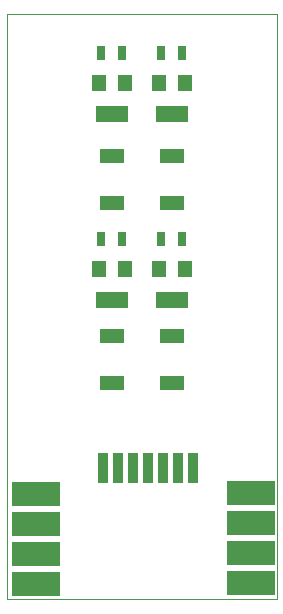
<source format=gtp>
G75*
%MOIN*%
%OFA0B0*%
%FSLAX25Y25*%
%IPPOS*%
%LPD*%
%AMOC8*
5,1,8,0,0,1.08239X$1,22.5*
%
%ADD10C,0.00000*%
%ADD11R,0.08268X0.05000*%
%ADD12R,0.11024X0.05512*%
%ADD13R,0.04724X0.05512*%
%ADD14R,0.03150X0.04724*%
%ADD15R,0.16000X0.08000*%
%ADD16R,0.03543X0.09843*%
D10*
X0001400Y0028010D02*
X0001400Y0223010D01*
X0091400Y0223010D01*
X0091400Y0028010D01*
X0001400Y0028010D01*
D11*
X0036400Y0100215D03*
X0036400Y0115805D03*
X0036400Y0160215D03*
X0036400Y0175805D03*
X0056400Y0175805D03*
X0056400Y0160215D03*
X0056400Y0115805D03*
X0056400Y0100215D03*
D12*
X0056400Y0127892D03*
X0036400Y0127892D03*
X0036400Y0189892D03*
X0056400Y0189892D03*
D13*
X0060731Y0200128D03*
X0052069Y0200128D03*
X0040731Y0200128D03*
X0032069Y0200128D03*
X0032069Y0138128D03*
X0040731Y0138128D03*
X0052069Y0138128D03*
X0060731Y0138128D03*
D14*
X0059943Y0148010D03*
X0052857Y0148010D03*
X0039943Y0148010D03*
X0032857Y0148010D03*
X0032857Y0210010D03*
X0039943Y0210010D03*
X0052857Y0210010D03*
X0059943Y0210010D03*
D15*
X0082700Y0063410D03*
X0082700Y0053410D03*
X0082700Y0043410D03*
X0082700Y0033410D03*
X0011300Y0033010D03*
X0011300Y0043010D03*
X0011300Y0053010D03*
X0011300Y0063010D03*
D16*
X0033502Y0071762D03*
X0038502Y0071762D03*
X0043502Y0071762D03*
X0048502Y0071762D03*
X0053502Y0071762D03*
X0058502Y0071762D03*
X0063502Y0071762D03*
M02*

</source>
